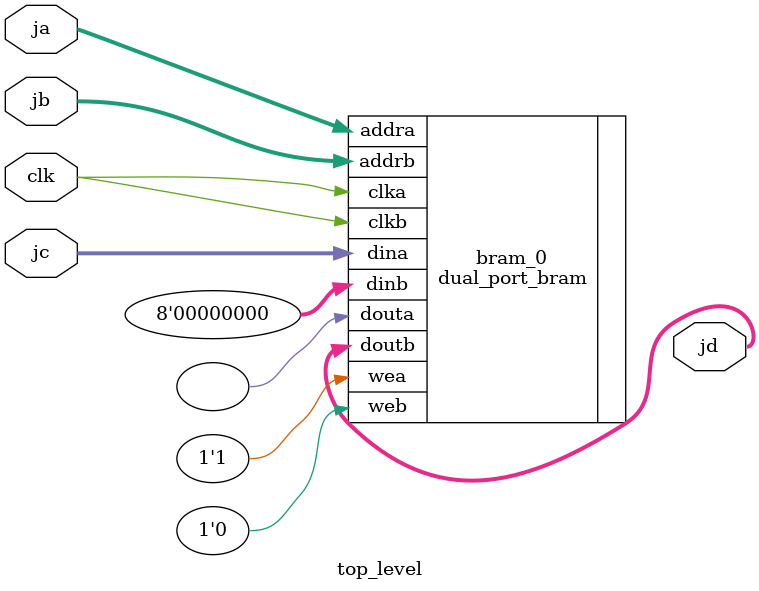
<source format=sv>
`default_nettype none
`timescale 1ns / 1ps

module top_level (
	input wire clk,
	input wire [7:0] ja,
	input wire [7:0] jb,
	input wire [1:0] jc,
	output logic [1:0] jd);

	dual_port_bram #(.RAM_DEPTH(256), .RAM_WIDTH(2)) bram_0 (
		.clka(clk),
		.addra(ja),
		.dina(jc),
		.douta(),
		.wea(1'b1),

		.clkb(clk),
		.addrb(jb),
		.dinb(8'b0),
		.doutb(jd),
		.web(1'b0)
	);

endmodule

`default_nettype wire
</source>
